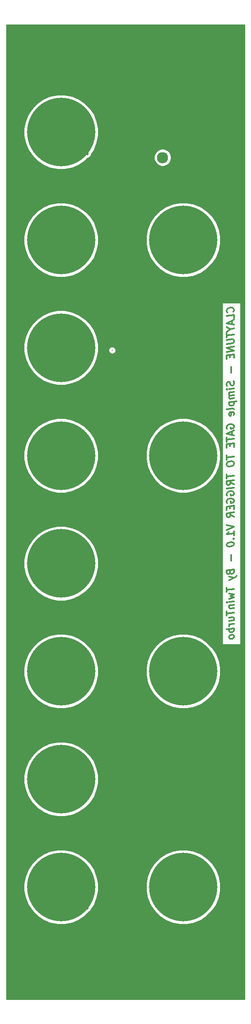
<source format=gbr>
G04 #@! TF.GenerationSoftware,KiCad,Pcbnew,(5.1.5)-3*
G04 #@! TF.CreationDate,2020-07-13T19:54:25+01:00*
G04 #@! TF.ProjectId,Panel,50616e65-6c2e-46b6-9963-61645f706362,rev?*
G04 #@! TF.SameCoordinates,Original*
G04 #@! TF.FileFunction,Copper,L2,Bot*
G04 #@! TF.FilePolarity,Positive*
%FSLAX46Y46*%
G04 Gerber Fmt 4.6, Leading zero omitted, Abs format (unit mm)*
G04 Created by KiCad (PCBNEW (5.1.5)-3) date 2020-07-13 19:54:25*
%MOMM*%
%LPD*%
G04 APERTURE LIST*
%ADD10C,0.300000*%
%ADD11C,2.300000*%
%ADD12C,5.600000*%
%ADD13C,14.000000*%
%ADD14C,0.450000*%
%ADD15C,0.250000*%
%ADD16C,0.254000*%
G04 APERTURE END LIST*
D10*
X192054254Y-38185602D02*
X192125682Y-38105245D01*
X192197111Y-37882031D01*
X192197111Y-37739174D01*
X192125682Y-37533817D01*
X191982825Y-37408817D01*
X191839968Y-37355245D01*
X191554254Y-37319531D01*
X191339968Y-37346317D01*
X191054254Y-37453460D01*
X190911397Y-37542745D01*
X190768540Y-37703460D01*
X190697111Y-37926674D01*
X190697111Y-38069531D01*
X190768540Y-38274888D01*
X190839968Y-38337388D01*
X192197111Y-39524888D02*
X192197111Y-38810602D01*
X190697111Y-38998102D01*
X191768540Y-40007031D02*
X191768540Y-40721317D01*
X192197111Y-39810602D02*
X190697111Y-40498102D01*
X192197111Y-40810602D01*
X191482825Y-41685602D02*
X192197111Y-41596317D01*
X190697111Y-41283817D02*
X191482825Y-41685602D01*
X190697111Y-42283817D01*
X190697111Y-42569531D02*
X190697111Y-43426674D01*
X192197111Y-42810602D02*
X190697111Y-42998102D01*
X190697111Y-43926674D02*
X191911397Y-43774888D01*
X192054254Y-43828460D01*
X192125682Y-43890960D01*
X192197111Y-44024888D01*
X192197111Y-44310602D01*
X192125682Y-44462388D01*
X192054254Y-44542745D01*
X191911397Y-44632031D01*
X190697111Y-44783817D01*
X192197111Y-45310602D02*
X190697111Y-45498102D01*
X192197111Y-46167745D01*
X190697111Y-46355245D01*
X191411397Y-46980245D02*
X191411397Y-47480245D01*
X192197111Y-47596317D02*
X192197111Y-46882031D01*
X190697111Y-47069531D01*
X190697111Y-47783817D01*
X191625682Y-49453460D02*
X191625682Y-50596317D01*
X192125682Y-52319531D02*
X192197111Y-52524888D01*
X192197111Y-52882031D01*
X192125682Y-53033817D01*
X192054254Y-53114174D01*
X191911397Y-53203460D01*
X191768540Y-53221317D01*
X191625682Y-53167745D01*
X191554254Y-53105245D01*
X191482825Y-52971317D01*
X191411397Y-52694531D01*
X191339968Y-52560602D01*
X191268540Y-52498102D01*
X191125682Y-52444531D01*
X190982825Y-52462388D01*
X190839968Y-52551674D01*
X190768540Y-52632031D01*
X190697111Y-52783817D01*
X190697111Y-53140960D01*
X190768540Y-53346317D01*
X192197111Y-53810602D02*
X191197111Y-53935602D01*
X190697111Y-53998102D02*
X190768540Y-53917745D01*
X190839968Y-53980245D01*
X190768540Y-54060602D01*
X190697111Y-53998102D01*
X190839968Y-53980245D01*
X192197111Y-54524888D02*
X191197111Y-54649888D01*
X191339968Y-54632031D02*
X191268540Y-54712388D01*
X191197111Y-54864174D01*
X191197111Y-55078460D01*
X191268540Y-55212388D01*
X191411397Y-55265960D01*
X192197111Y-55167745D01*
X191411397Y-55265960D02*
X191268540Y-55355245D01*
X191197111Y-55507031D01*
X191197111Y-55721317D01*
X191268540Y-55855245D01*
X191411397Y-55908817D01*
X192197111Y-55810602D01*
X191197111Y-56649888D02*
X192697111Y-56462388D01*
X191268540Y-56640960D02*
X191197111Y-56792745D01*
X191197111Y-57078460D01*
X191268540Y-57212388D01*
X191339968Y-57274888D01*
X191482825Y-57328460D01*
X191911397Y-57274888D01*
X192054254Y-57185602D01*
X192125682Y-57105245D01*
X192197111Y-56953460D01*
X192197111Y-56667745D01*
X192125682Y-56533817D01*
X192197111Y-58096317D02*
X192125682Y-57962388D01*
X191982825Y-57908817D01*
X190697111Y-58069531D01*
X192125682Y-59248102D02*
X192197111Y-59096317D01*
X192197111Y-58810602D01*
X192125682Y-58676674D01*
X191982825Y-58623102D01*
X191411397Y-58694531D01*
X191268540Y-58783817D01*
X191197111Y-58935602D01*
X191197111Y-59221317D01*
X191268540Y-59355245D01*
X191411397Y-59408817D01*
X191554254Y-59390960D01*
X191697111Y-58658817D01*
X190768540Y-62060602D02*
X190697111Y-61926674D01*
X190697111Y-61712388D01*
X190768540Y-61489174D01*
X190911397Y-61328460D01*
X191054254Y-61239174D01*
X191339968Y-61132031D01*
X191554254Y-61105245D01*
X191839968Y-61140960D01*
X191982825Y-61194531D01*
X192125682Y-61319531D01*
X192197111Y-61524888D01*
X192197111Y-61667745D01*
X192125682Y-61890960D01*
X192054254Y-61971317D01*
X191554254Y-62033817D01*
X191554254Y-61748102D01*
X191768540Y-62578460D02*
X191768540Y-63292745D01*
X192197111Y-62382031D02*
X190697111Y-63069531D01*
X192197111Y-63382031D01*
X190697111Y-63855245D02*
X190697111Y-64712388D01*
X192197111Y-64096317D02*
X190697111Y-64283817D01*
X191411397Y-65123102D02*
X191411397Y-65623102D01*
X192197111Y-65739174D02*
X192197111Y-65024888D01*
X190697111Y-65212388D01*
X190697111Y-65926674D01*
X190697111Y-67498102D02*
X190697111Y-68355245D01*
X192197111Y-67739174D02*
X190697111Y-67926674D01*
X190697111Y-69140960D02*
X190697111Y-69426674D01*
X190768540Y-69560602D01*
X190911397Y-69685602D01*
X191197111Y-69721317D01*
X191697111Y-69658817D01*
X191982825Y-69551674D01*
X192125682Y-69390960D01*
X192197111Y-69239174D01*
X192197111Y-68953460D01*
X192125682Y-68819531D01*
X191982825Y-68694531D01*
X191697111Y-68658817D01*
X191197111Y-68721317D01*
X190911397Y-68828460D01*
X190768540Y-68989174D01*
X190697111Y-69140960D01*
X190697111Y-71355245D02*
X190697111Y-72212388D01*
X192197111Y-71596317D02*
X190697111Y-71783817D01*
X192197111Y-73382031D02*
X191482825Y-72971317D01*
X192197111Y-72524888D02*
X190697111Y-72712388D01*
X190697111Y-73283817D01*
X190768540Y-73417745D01*
X190839968Y-73480245D01*
X190982825Y-73533817D01*
X191197111Y-73507031D01*
X191339968Y-73417745D01*
X191411397Y-73337388D01*
X191482825Y-73185602D01*
X191482825Y-72614174D01*
X192197111Y-74024888D02*
X190697111Y-74212388D01*
X190768540Y-75703460D02*
X190697111Y-75569531D01*
X190697111Y-75355245D01*
X190768540Y-75132031D01*
X190911397Y-74971317D01*
X191054254Y-74882031D01*
X191339968Y-74774888D01*
X191554254Y-74748102D01*
X191839968Y-74783817D01*
X191982825Y-74837388D01*
X192125682Y-74962388D01*
X192197111Y-75167745D01*
X192197111Y-75310602D01*
X192125682Y-75533817D01*
X192054254Y-75614174D01*
X191554254Y-75676674D01*
X191554254Y-75390960D01*
X190768540Y-77203460D02*
X190697111Y-77069531D01*
X190697111Y-76855245D01*
X190768540Y-76632031D01*
X190911397Y-76471317D01*
X191054254Y-76382031D01*
X191339968Y-76274888D01*
X191554254Y-76248102D01*
X191839968Y-76283817D01*
X191982825Y-76337388D01*
X192125682Y-76462388D01*
X192197111Y-76667745D01*
X192197111Y-76810602D01*
X192125682Y-77033817D01*
X192054254Y-77114174D01*
X191554254Y-77176674D01*
X191554254Y-76890960D01*
X191411397Y-77837388D02*
X191411397Y-78337388D01*
X192197111Y-78453460D02*
X192197111Y-77739174D01*
X190697111Y-77926674D01*
X190697111Y-78640960D01*
X192197111Y-79953460D02*
X191482825Y-79542745D01*
X192197111Y-79096317D02*
X190697111Y-79283817D01*
X190697111Y-79855245D01*
X190768540Y-79989174D01*
X190839968Y-80051674D01*
X190982825Y-80105245D01*
X191197111Y-80078460D01*
X191339968Y-79989174D01*
X191411397Y-79908817D01*
X191482825Y-79757031D01*
X191482825Y-79185602D01*
X190697111Y-81712388D02*
X192197111Y-82024888D01*
X190697111Y-82712388D01*
X192197111Y-83810602D02*
X192197111Y-82953460D01*
X192197111Y-83382031D02*
X190697111Y-83569531D01*
X190911397Y-83399888D01*
X191054254Y-83239174D01*
X191125682Y-83087388D01*
X192054254Y-84471317D02*
X192125682Y-84533817D01*
X192197111Y-84453460D01*
X192125682Y-84390960D01*
X192054254Y-84471317D01*
X192197111Y-84453460D01*
X190697111Y-85640960D02*
X190697111Y-85783817D01*
X190768540Y-85917745D01*
X190839968Y-85980245D01*
X190982825Y-86033817D01*
X191268540Y-86069531D01*
X191625682Y-86024888D01*
X191911397Y-85917745D01*
X192054254Y-85828460D01*
X192125682Y-85748102D01*
X192197111Y-85596317D01*
X192197111Y-85453460D01*
X192125682Y-85319531D01*
X192054254Y-85257031D01*
X191911397Y-85203460D01*
X191625682Y-85167745D01*
X191268540Y-85212388D01*
X190982825Y-85319531D01*
X190839968Y-85408817D01*
X190768540Y-85489174D01*
X190697111Y-85640960D01*
X191625682Y-87810602D02*
X191625682Y-88953460D01*
X191411397Y-91337388D02*
X191482825Y-91542745D01*
X191554254Y-91605245D01*
X191697111Y-91658817D01*
X191911397Y-91632031D01*
X192054254Y-91542745D01*
X192125682Y-91462388D01*
X192197111Y-91310602D01*
X192197111Y-90739174D01*
X190697111Y-90926674D01*
X190697111Y-91426674D01*
X190768540Y-91560602D01*
X190839968Y-91623102D01*
X190982825Y-91676674D01*
X191125682Y-91658817D01*
X191268540Y-91569531D01*
X191339968Y-91489174D01*
X191411397Y-91337388D01*
X191411397Y-90837388D01*
X191197111Y-92221317D02*
X192197111Y-92453460D01*
X191197111Y-92935602D02*
X192197111Y-92453460D01*
X192554254Y-92265960D01*
X192625682Y-92185602D01*
X192697111Y-92033817D01*
X190697111Y-94498102D02*
X190697111Y-95355245D01*
X192197111Y-94739174D02*
X190697111Y-94926674D01*
X191197111Y-95649888D02*
X192197111Y-95810602D01*
X191482825Y-96185602D01*
X192197111Y-96382031D01*
X191197111Y-96792745D01*
X192197111Y-97239174D02*
X191197111Y-97364174D01*
X190697111Y-97426674D02*
X190768540Y-97346317D01*
X190839968Y-97408817D01*
X190768540Y-97489174D01*
X190697111Y-97426674D01*
X190839968Y-97408817D01*
X191197111Y-98078460D02*
X192197111Y-97953460D01*
X191339968Y-98060602D02*
X191268540Y-98140960D01*
X191197111Y-98292745D01*
X191197111Y-98507031D01*
X191268540Y-98640960D01*
X191411397Y-98694531D01*
X192197111Y-98596317D01*
X190697111Y-99283817D02*
X190697111Y-100140960D01*
X192197111Y-99524888D02*
X190697111Y-99712388D01*
X191197111Y-101221317D02*
X192197111Y-101096317D01*
X191197111Y-100578460D02*
X191982825Y-100480245D01*
X192125682Y-100533817D01*
X192197111Y-100667745D01*
X192197111Y-100882031D01*
X192125682Y-101033817D01*
X192054254Y-101114174D01*
X192197111Y-101810602D02*
X191197111Y-101935602D01*
X191482825Y-101899888D02*
X191339968Y-101989174D01*
X191268540Y-102069531D01*
X191197111Y-102221317D01*
X191197111Y-102364174D01*
X192197111Y-102739174D02*
X190697111Y-102926674D01*
X191268540Y-102855245D02*
X191197111Y-103007031D01*
X191197111Y-103292745D01*
X191268540Y-103426674D01*
X191339968Y-103489174D01*
X191482825Y-103542745D01*
X191911397Y-103489174D01*
X192054254Y-103399888D01*
X192125682Y-103319531D01*
X192197111Y-103167745D01*
X192197111Y-102882031D01*
X192125682Y-102748102D01*
X192197111Y-104310602D02*
X192125682Y-104176674D01*
X192054254Y-104114174D01*
X191911397Y-104060602D01*
X191482825Y-104114174D01*
X191339968Y-104203460D01*
X191268540Y-104283817D01*
X191197111Y-104435602D01*
X191197111Y-104649888D01*
X191268540Y-104783817D01*
X191339968Y-104846317D01*
X191482825Y-104899888D01*
X191911397Y-104846317D01*
X192054254Y-104757031D01*
X192125682Y-104676674D01*
X192197111Y-104524888D01*
X192197111Y-104310602D01*
D11*
X177596000Y-6715320D03*
D12*
X148494920Y17484560D03*
D13*
X181801500Y-155506800D03*
X156801500Y-133506800D03*
X156801500Y-23506800D03*
X156801500Y-1506800D03*
X181801500Y-111506800D03*
X156801500Y-45506800D03*
X156801500Y-111506800D03*
X156801500Y-67506800D03*
X156801500Y-89506800D03*
X181801500Y-23506800D03*
X181801500Y-67506800D03*
X156801500Y-155506800D03*
D12*
X191494920Y-175515440D03*
X191494920Y17484560D03*
X148494920Y-175515440D03*
D14*
X162145500Y-5984700D02*
X162145500Y-5818800D01*
X162145500Y-159818800D02*
X162145500Y-159088800D01*
D15*
X151142500Y-133962800D02*
X151096500Y-134008800D01*
X167255100Y-46008800D02*
X167282200Y-46035900D01*
D16*
G36*
X194334920Y-178355440D02*
G01*
X145654920Y-178355440D01*
X145654920Y-154754818D01*
X149166500Y-154754818D01*
X149166500Y-156258782D01*
X149459908Y-157733847D01*
X150035450Y-159123329D01*
X150871008Y-160373829D01*
X151934471Y-161437292D01*
X153184971Y-162272850D01*
X154574453Y-162848392D01*
X156049518Y-163141800D01*
X157553482Y-163141800D01*
X159028547Y-162848392D01*
X160418029Y-162272850D01*
X161668529Y-161437292D01*
X162502926Y-160602895D01*
X162625601Y-160537324D01*
X162756554Y-160429854D01*
X162864024Y-160298902D01*
X162943881Y-160149500D01*
X162993056Y-159987389D01*
X162993549Y-159982381D01*
X163567550Y-159123329D01*
X164143092Y-157733847D01*
X164436500Y-156258782D01*
X164436500Y-154754818D01*
X174166500Y-154754818D01*
X174166500Y-156258782D01*
X174459908Y-157733847D01*
X175035450Y-159123329D01*
X175871008Y-160373829D01*
X176934471Y-161437292D01*
X178184971Y-162272850D01*
X179574453Y-162848392D01*
X181049518Y-163141800D01*
X182553482Y-163141800D01*
X184028547Y-162848392D01*
X185418029Y-162272850D01*
X186668529Y-161437292D01*
X187731992Y-160373829D01*
X188567550Y-159123329D01*
X189143092Y-157733847D01*
X189436500Y-156258782D01*
X189436500Y-154754818D01*
X189143092Y-153279753D01*
X188567550Y-151890271D01*
X187731992Y-150639771D01*
X186668529Y-149576308D01*
X185418029Y-148740750D01*
X184028547Y-148165208D01*
X182553482Y-147871800D01*
X181049518Y-147871800D01*
X179574453Y-148165208D01*
X178184971Y-148740750D01*
X176934471Y-149576308D01*
X175871008Y-150639771D01*
X175035450Y-151890271D01*
X174459908Y-153279753D01*
X174166500Y-154754818D01*
X164436500Y-154754818D01*
X164143092Y-153279753D01*
X163567550Y-151890271D01*
X162731992Y-150639771D01*
X161668529Y-149576308D01*
X160418029Y-148740750D01*
X159028547Y-148165208D01*
X157553482Y-147871800D01*
X156049518Y-147871800D01*
X154574453Y-148165208D01*
X153184971Y-148740750D01*
X151934471Y-149576308D01*
X150871008Y-150639771D01*
X150035450Y-151890271D01*
X149459908Y-153279753D01*
X149166500Y-154754818D01*
X145654920Y-154754818D01*
X145654920Y-132754818D01*
X149166500Y-132754818D01*
X149166500Y-134258782D01*
X149459908Y-135733847D01*
X150035450Y-137123329D01*
X150871008Y-138373829D01*
X151934471Y-139437292D01*
X153184971Y-140272850D01*
X154574453Y-140848392D01*
X156049518Y-141141800D01*
X157553482Y-141141800D01*
X159028547Y-140848392D01*
X160418029Y-140272850D01*
X161668529Y-139437292D01*
X162731992Y-138373829D01*
X163567550Y-137123329D01*
X164143092Y-135733847D01*
X164436500Y-134258782D01*
X164436500Y-132754818D01*
X164143092Y-131279753D01*
X163567550Y-129890271D01*
X162731992Y-128639771D01*
X161668529Y-127576308D01*
X160418029Y-126740750D01*
X159028547Y-126165208D01*
X157553482Y-125871800D01*
X156049518Y-125871800D01*
X154574453Y-126165208D01*
X153184971Y-126740750D01*
X151934471Y-127576308D01*
X150871008Y-128639771D01*
X150035450Y-129890271D01*
X149459908Y-131279753D01*
X149166500Y-132754818D01*
X145654920Y-132754818D01*
X145654920Y-110754818D01*
X149166500Y-110754818D01*
X149166500Y-112258782D01*
X149459908Y-113733847D01*
X150035450Y-115123329D01*
X150871008Y-116373829D01*
X151934471Y-117437292D01*
X153184971Y-118272850D01*
X154574453Y-118848392D01*
X156049518Y-119141800D01*
X157553482Y-119141800D01*
X159028547Y-118848392D01*
X160418029Y-118272850D01*
X161668529Y-117437292D01*
X162731992Y-116373829D01*
X163567550Y-115123329D01*
X164143092Y-113733847D01*
X164436500Y-112258782D01*
X164436500Y-110754818D01*
X174166500Y-110754818D01*
X174166500Y-112258782D01*
X174459908Y-113733847D01*
X175035450Y-115123329D01*
X175871008Y-116373829D01*
X176934471Y-117437292D01*
X178184971Y-118272850D01*
X179574453Y-118848392D01*
X181049518Y-119141800D01*
X182553482Y-119141800D01*
X184028547Y-118848392D01*
X185418029Y-118272850D01*
X186668529Y-117437292D01*
X187731992Y-116373829D01*
X188567550Y-115123329D01*
X189143092Y-113733847D01*
X189436500Y-112258782D01*
X189436500Y-110754818D01*
X189143092Y-109279753D01*
X188567550Y-107890271D01*
X187731992Y-106639771D01*
X186668529Y-105576308D01*
X185418029Y-104740750D01*
X184028547Y-104165208D01*
X182553482Y-103871800D01*
X181049518Y-103871800D01*
X179574453Y-104165208D01*
X178184971Y-104740750D01*
X176934471Y-105576308D01*
X175871008Y-106639771D01*
X175035450Y-107890271D01*
X174459908Y-109279753D01*
X174166500Y-110754818D01*
X164436500Y-110754818D01*
X164143092Y-109279753D01*
X163567550Y-107890271D01*
X162731992Y-106639771D01*
X161668529Y-105576308D01*
X160418029Y-104740750D01*
X159028547Y-104165208D01*
X157553482Y-103871800D01*
X156049518Y-103871800D01*
X154574453Y-104165208D01*
X153184971Y-104740750D01*
X151934471Y-105576308D01*
X150871008Y-106639771D01*
X150035450Y-107890271D01*
X149459908Y-109279753D01*
X149166500Y-110754818D01*
X145654920Y-110754818D01*
X145654920Y-88754818D01*
X149166500Y-88754818D01*
X149166500Y-90258782D01*
X149459908Y-91733847D01*
X150035450Y-93123329D01*
X150871008Y-94373829D01*
X151934471Y-95437292D01*
X153184971Y-96272850D01*
X154574453Y-96848392D01*
X156049518Y-97141800D01*
X157553482Y-97141800D01*
X159028547Y-96848392D01*
X160418029Y-96272850D01*
X161668529Y-95437292D01*
X162731992Y-94373829D01*
X163567550Y-93123329D01*
X164143092Y-91733847D01*
X164436500Y-90258782D01*
X164436500Y-88754818D01*
X164143092Y-87279753D01*
X163567550Y-85890271D01*
X162731992Y-84639771D01*
X161668529Y-83576308D01*
X160418029Y-82740750D01*
X159028547Y-82165208D01*
X157553482Y-81871800D01*
X156049518Y-81871800D01*
X154574453Y-82165208D01*
X153184971Y-82740750D01*
X151934471Y-83576308D01*
X150871008Y-84639771D01*
X150035450Y-85890271D01*
X149459908Y-87279753D01*
X149166500Y-88754818D01*
X145654920Y-88754818D01*
X145654920Y-66754818D01*
X149166500Y-66754818D01*
X149166500Y-68258782D01*
X149459908Y-69733847D01*
X150035450Y-71123329D01*
X150871008Y-72373829D01*
X151934471Y-73437292D01*
X153184971Y-74272850D01*
X154574453Y-74848392D01*
X156049518Y-75141800D01*
X157553482Y-75141800D01*
X159028547Y-74848392D01*
X160418029Y-74272850D01*
X161668529Y-73437292D01*
X162731992Y-72373829D01*
X163567550Y-71123329D01*
X164143092Y-69733847D01*
X164436500Y-68258782D01*
X164436500Y-66754818D01*
X174166500Y-66754818D01*
X174166500Y-68258782D01*
X174459908Y-69733847D01*
X175035450Y-71123329D01*
X175871008Y-72373829D01*
X176934471Y-73437292D01*
X178184971Y-74272850D01*
X179574453Y-74848392D01*
X181049518Y-75141800D01*
X182553482Y-75141800D01*
X184028547Y-74848392D01*
X185418029Y-74272850D01*
X186668529Y-73437292D01*
X187731992Y-72373829D01*
X188567550Y-71123329D01*
X189143092Y-69733847D01*
X189436500Y-68258782D01*
X189436500Y-66754818D01*
X189143092Y-65279753D01*
X188567550Y-63890271D01*
X187731992Y-62639771D01*
X186668529Y-61576308D01*
X185418029Y-60740750D01*
X184028547Y-60165208D01*
X182553482Y-59871800D01*
X181049518Y-59871800D01*
X179574453Y-60165208D01*
X178184971Y-60740750D01*
X176934471Y-61576308D01*
X175871008Y-62639771D01*
X175035450Y-63890271D01*
X174459908Y-65279753D01*
X174166500Y-66754818D01*
X164436500Y-66754818D01*
X164143092Y-65279753D01*
X163567550Y-63890271D01*
X162731992Y-62639771D01*
X161668529Y-61576308D01*
X160418029Y-60740750D01*
X159028547Y-60165208D01*
X157553482Y-59871800D01*
X156049518Y-59871800D01*
X154574453Y-60165208D01*
X153184971Y-60740750D01*
X151934471Y-61576308D01*
X150871008Y-62639771D01*
X150035450Y-63890271D01*
X149459908Y-65279753D01*
X149166500Y-66754818D01*
X145654920Y-66754818D01*
X145654920Y-44754818D01*
X149166500Y-44754818D01*
X149166500Y-46258782D01*
X149459908Y-47733847D01*
X150035450Y-49123329D01*
X150871008Y-50373829D01*
X151934471Y-51437292D01*
X153184971Y-52272850D01*
X154574453Y-52848392D01*
X156049518Y-53141800D01*
X157553482Y-53141800D01*
X159028547Y-52848392D01*
X160418029Y-52272850D01*
X161668529Y-51437292D01*
X162731992Y-50373829D01*
X163567550Y-49123329D01*
X164143092Y-47733847D01*
X164436500Y-46258782D01*
X164436500Y-46008800D01*
X166491424Y-46008800D01*
X166506098Y-46157785D01*
X166549554Y-46301046D01*
X166620126Y-46433076D01*
X166691301Y-46519802D01*
X166771198Y-46599699D01*
X166857924Y-46670873D01*
X166989954Y-46741446D01*
X167133214Y-46784902D01*
X167282199Y-46799576D01*
X167431185Y-46784902D01*
X167574446Y-46741446D01*
X167706475Y-46670873D01*
X167822201Y-46575901D01*
X167917173Y-46460175D01*
X167987746Y-46328146D01*
X168031202Y-46184885D01*
X168045876Y-46035899D01*
X168031202Y-45886914D01*
X167987746Y-45743654D01*
X167917173Y-45611624D01*
X167845999Y-45524898D01*
X167766102Y-45445001D01*
X167679376Y-45373826D01*
X167547346Y-45303254D01*
X167404085Y-45259798D01*
X167255100Y-45245124D01*
X167106115Y-45259798D01*
X166962854Y-45303254D01*
X166830824Y-45373826D01*
X166715099Y-45468799D01*
X166620126Y-45584524D01*
X166549554Y-45716554D01*
X166506098Y-45859815D01*
X166491424Y-46008800D01*
X164436500Y-46008800D01*
X164436500Y-44754818D01*
X164143092Y-43279753D01*
X163567550Y-41890271D01*
X162731992Y-40639771D01*
X161668529Y-39576308D01*
X160418029Y-38740750D01*
X159028547Y-38165208D01*
X157553482Y-37871800D01*
X156049518Y-37871800D01*
X154574453Y-38165208D01*
X153184971Y-38740750D01*
X151934471Y-39576308D01*
X150871008Y-40639771D01*
X150035450Y-41890271D01*
X149459908Y-43279753D01*
X149166500Y-44754818D01*
X145654920Y-44754818D01*
X145654920Y-36324531D01*
X189728540Y-36324531D01*
X189728540Y-106037388D01*
X193548540Y-106037388D01*
X193548540Y-36324531D01*
X189728540Y-36324531D01*
X145654920Y-36324531D01*
X145654920Y-22754818D01*
X149166500Y-22754818D01*
X149166500Y-24258782D01*
X149459908Y-25733847D01*
X150035450Y-27123329D01*
X150871008Y-28373829D01*
X151934471Y-29437292D01*
X153184971Y-30272850D01*
X154574453Y-30848392D01*
X156049518Y-31141800D01*
X157553482Y-31141800D01*
X159028547Y-30848392D01*
X160418029Y-30272850D01*
X161668529Y-29437292D01*
X162731992Y-28373829D01*
X163567550Y-27123329D01*
X164143092Y-25733847D01*
X164436500Y-24258782D01*
X164436500Y-22754818D01*
X174166500Y-22754818D01*
X174166500Y-24258782D01*
X174459908Y-25733847D01*
X175035450Y-27123329D01*
X175871008Y-28373829D01*
X176934471Y-29437292D01*
X178184971Y-30272850D01*
X179574453Y-30848392D01*
X181049518Y-31141800D01*
X182553482Y-31141800D01*
X184028547Y-30848392D01*
X185418029Y-30272850D01*
X186668529Y-29437292D01*
X187731992Y-28373829D01*
X188567550Y-27123329D01*
X189143092Y-25733847D01*
X189436500Y-24258782D01*
X189436500Y-22754818D01*
X189143092Y-21279753D01*
X188567550Y-19890271D01*
X187731992Y-18639771D01*
X186668529Y-17576308D01*
X185418029Y-16740750D01*
X184028547Y-16165208D01*
X182553482Y-15871800D01*
X181049518Y-15871800D01*
X179574453Y-16165208D01*
X178184971Y-16740750D01*
X176934471Y-17576308D01*
X175871008Y-18639771D01*
X175035450Y-19890271D01*
X174459908Y-21279753D01*
X174166500Y-22754818D01*
X164436500Y-22754818D01*
X164143092Y-21279753D01*
X163567550Y-19890271D01*
X162731992Y-18639771D01*
X161668529Y-17576308D01*
X160418029Y-16740750D01*
X159028547Y-16165208D01*
X157553482Y-15871800D01*
X156049518Y-15871800D01*
X154574453Y-16165208D01*
X153184971Y-16740750D01*
X151934471Y-17576308D01*
X150871008Y-18639771D01*
X150035450Y-19890271D01*
X149459908Y-21279753D01*
X149166500Y-22754818D01*
X145654920Y-22754818D01*
X145654920Y-754818D01*
X149166500Y-754818D01*
X149166500Y-2258782D01*
X149459908Y-3733847D01*
X150035450Y-5123329D01*
X150871008Y-6373829D01*
X151934471Y-7437292D01*
X153184971Y-8272850D01*
X154574453Y-8848392D01*
X156049518Y-9141800D01*
X157553482Y-9141800D01*
X159028547Y-8848392D01*
X160418029Y-8272850D01*
X161668529Y-7437292D01*
X162269138Y-6836683D01*
X162314088Y-6832256D01*
X162476199Y-6783081D01*
X162625601Y-6703224D01*
X162756554Y-6595754D01*
X162802709Y-6539513D01*
X175811000Y-6539513D01*
X175811000Y-6891127D01*
X175879596Y-7235985D01*
X176014153Y-7560835D01*
X176209500Y-7853191D01*
X176458129Y-8101820D01*
X176750485Y-8297167D01*
X177075335Y-8431724D01*
X177420193Y-8500320D01*
X177771807Y-8500320D01*
X178116665Y-8431724D01*
X178441515Y-8297167D01*
X178733871Y-8101820D01*
X178982500Y-7853191D01*
X179177847Y-7560835D01*
X179312404Y-7235985D01*
X179381000Y-6891127D01*
X179381000Y-6539513D01*
X179312404Y-6194655D01*
X179177847Y-5869805D01*
X178982500Y-5577449D01*
X178733871Y-5328820D01*
X178441515Y-5133473D01*
X178116665Y-4998916D01*
X177771807Y-4930320D01*
X177420193Y-4930320D01*
X177075335Y-4998916D01*
X176750485Y-5133473D01*
X176458129Y-5328820D01*
X176209500Y-5577449D01*
X176014153Y-5869805D01*
X175879596Y-6194655D01*
X175811000Y-6539513D01*
X162802709Y-6539513D01*
X162864024Y-6464802D01*
X162943881Y-6315400D01*
X162993056Y-6153289D01*
X163005500Y-6026946D01*
X163005500Y-5964496D01*
X163567550Y-5123329D01*
X164143092Y-3733847D01*
X164436500Y-2258782D01*
X164436500Y-754818D01*
X164143092Y720247D01*
X163567550Y2109729D01*
X162731992Y3360229D01*
X161668529Y4423692D01*
X160418029Y5259250D01*
X159028547Y5834792D01*
X157553482Y6128200D01*
X156049518Y6128200D01*
X154574453Y5834792D01*
X153184971Y5259250D01*
X151934471Y4423692D01*
X150871008Y3360229D01*
X150035450Y2109729D01*
X149459908Y720247D01*
X149166500Y-754818D01*
X145654920Y-754818D01*
X145654920Y20324560D01*
X194334921Y20324560D01*
X194334920Y-178355440D01*
G37*
X194334920Y-178355440D02*
X145654920Y-178355440D01*
X145654920Y-154754818D01*
X149166500Y-154754818D01*
X149166500Y-156258782D01*
X149459908Y-157733847D01*
X150035450Y-159123329D01*
X150871008Y-160373829D01*
X151934471Y-161437292D01*
X153184971Y-162272850D01*
X154574453Y-162848392D01*
X156049518Y-163141800D01*
X157553482Y-163141800D01*
X159028547Y-162848392D01*
X160418029Y-162272850D01*
X161668529Y-161437292D01*
X162502926Y-160602895D01*
X162625601Y-160537324D01*
X162756554Y-160429854D01*
X162864024Y-160298902D01*
X162943881Y-160149500D01*
X162993056Y-159987389D01*
X162993549Y-159982381D01*
X163567550Y-159123329D01*
X164143092Y-157733847D01*
X164436500Y-156258782D01*
X164436500Y-154754818D01*
X174166500Y-154754818D01*
X174166500Y-156258782D01*
X174459908Y-157733847D01*
X175035450Y-159123329D01*
X175871008Y-160373829D01*
X176934471Y-161437292D01*
X178184971Y-162272850D01*
X179574453Y-162848392D01*
X181049518Y-163141800D01*
X182553482Y-163141800D01*
X184028547Y-162848392D01*
X185418029Y-162272850D01*
X186668529Y-161437292D01*
X187731992Y-160373829D01*
X188567550Y-159123329D01*
X189143092Y-157733847D01*
X189436500Y-156258782D01*
X189436500Y-154754818D01*
X189143092Y-153279753D01*
X188567550Y-151890271D01*
X187731992Y-150639771D01*
X186668529Y-149576308D01*
X185418029Y-148740750D01*
X184028547Y-148165208D01*
X182553482Y-147871800D01*
X181049518Y-147871800D01*
X179574453Y-148165208D01*
X178184971Y-148740750D01*
X176934471Y-149576308D01*
X175871008Y-150639771D01*
X175035450Y-151890271D01*
X174459908Y-153279753D01*
X174166500Y-154754818D01*
X164436500Y-154754818D01*
X164143092Y-153279753D01*
X163567550Y-151890271D01*
X162731992Y-150639771D01*
X161668529Y-149576308D01*
X160418029Y-148740750D01*
X159028547Y-148165208D01*
X157553482Y-147871800D01*
X156049518Y-147871800D01*
X154574453Y-148165208D01*
X153184971Y-148740750D01*
X151934471Y-149576308D01*
X150871008Y-150639771D01*
X150035450Y-151890271D01*
X149459908Y-153279753D01*
X149166500Y-154754818D01*
X145654920Y-154754818D01*
X145654920Y-132754818D01*
X149166500Y-132754818D01*
X149166500Y-134258782D01*
X149459908Y-135733847D01*
X150035450Y-137123329D01*
X150871008Y-138373829D01*
X151934471Y-139437292D01*
X153184971Y-140272850D01*
X154574453Y-140848392D01*
X156049518Y-141141800D01*
X157553482Y-141141800D01*
X159028547Y-140848392D01*
X160418029Y-140272850D01*
X161668529Y-139437292D01*
X162731992Y-138373829D01*
X163567550Y-137123329D01*
X164143092Y-135733847D01*
X164436500Y-134258782D01*
X164436500Y-132754818D01*
X164143092Y-131279753D01*
X163567550Y-129890271D01*
X162731992Y-128639771D01*
X161668529Y-127576308D01*
X160418029Y-126740750D01*
X159028547Y-126165208D01*
X157553482Y-125871800D01*
X156049518Y-125871800D01*
X154574453Y-126165208D01*
X153184971Y-126740750D01*
X151934471Y-127576308D01*
X150871008Y-128639771D01*
X150035450Y-129890271D01*
X149459908Y-131279753D01*
X149166500Y-132754818D01*
X145654920Y-132754818D01*
X145654920Y-110754818D01*
X149166500Y-110754818D01*
X149166500Y-112258782D01*
X149459908Y-113733847D01*
X150035450Y-115123329D01*
X150871008Y-116373829D01*
X151934471Y-117437292D01*
X153184971Y-118272850D01*
X154574453Y-118848392D01*
X156049518Y-119141800D01*
X157553482Y-119141800D01*
X159028547Y-118848392D01*
X160418029Y-118272850D01*
X161668529Y-117437292D01*
X162731992Y-116373829D01*
X163567550Y-115123329D01*
X164143092Y-113733847D01*
X164436500Y-112258782D01*
X164436500Y-110754818D01*
X174166500Y-110754818D01*
X174166500Y-112258782D01*
X174459908Y-113733847D01*
X175035450Y-115123329D01*
X175871008Y-116373829D01*
X176934471Y-117437292D01*
X178184971Y-118272850D01*
X179574453Y-118848392D01*
X181049518Y-119141800D01*
X182553482Y-119141800D01*
X184028547Y-118848392D01*
X185418029Y-118272850D01*
X186668529Y-117437292D01*
X187731992Y-116373829D01*
X188567550Y-115123329D01*
X189143092Y-113733847D01*
X189436500Y-112258782D01*
X189436500Y-110754818D01*
X189143092Y-109279753D01*
X188567550Y-107890271D01*
X187731992Y-106639771D01*
X186668529Y-105576308D01*
X185418029Y-104740750D01*
X184028547Y-104165208D01*
X182553482Y-103871800D01*
X181049518Y-103871800D01*
X179574453Y-104165208D01*
X178184971Y-104740750D01*
X176934471Y-105576308D01*
X175871008Y-106639771D01*
X175035450Y-107890271D01*
X174459908Y-109279753D01*
X174166500Y-110754818D01*
X164436500Y-110754818D01*
X164143092Y-109279753D01*
X163567550Y-107890271D01*
X162731992Y-106639771D01*
X161668529Y-105576308D01*
X160418029Y-104740750D01*
X159028547Y-104165208D01*
X157553482Y-103871800D01*
X156049518Y-103871800D01*
X154574453Y-104165208D01*
X153184971Y-104740750D01*
X151934471Y-105576308D01*
X150871008Y-106639771D01*
X150035450Y-107890271D01*
X149459908Y-109279753D01*
X149166500Y-110754818D01*
X145654920Y-110754818D01*
X145654920Y-88754818D01*
X149166500Y-88754818D01*
X149166500Y-90258782D01*
X149459908Y-91733847D01*
X150035450Y-93123329D01*
X150871008Y-94373829D01*
X151934471Y-95437292D01*
X153184971Y-96272850D01*
X154574453Y-96848392D01*
X156049518Y-97141800D01*
X157553482Y-97141800D01*
X159028547Y-96848392D01*
X160418029Y-96272850D01*
X161668529Y-95437292D01*
X162731992Y-94373829D01*
X163567550Y-93123329D01*
X164143092Y-91733847D01*
X164436500Y-90258782D01*
X164436500Y-88754818D01*
X164143092Y-87279753D01*
X163567550Y-85890271D01*
X162731992Y-84639771D01*
X161668529Y-83576308D01*
X160418029Y-82740750D01*
X159028547Y-82165208D01*
X157553482Y-81871800D01*
X156049518Y-81871800D01*
X154574453Y-82165208D01*
X153184971Y-82740750D01*
X151934471Y-83576308D01*
X150871008Y-84639771D01*
X150035450Y-85890271D01*
X149459908Y-87279753D01*
X149166500Y-88754818D01*
X145654920Y-88754818D01*
X145654920Y-66754818D01*
X149166500Y-66754818D01*
X149166500Y-68258782D01*
X149459908Y-69733847D01*
X150035450Y-71123329D01*
X150871008Y-72373829D01*
X151934471Y-73437292D01*
X153184971Y-74272850D01*
X154574453Y-74848392D01*
X156049518Y-75141800D01*
X157553482Y-75141800D01*
X159028547Y-74848392D01*
X160418029Y-74272850D01*
X161668529Y-73437292D01*
X162731992Y-72373829D01*
X163567550Y-71123329D01*
X164143092Y-69733847D01*
X164436500Y-68258782D01*
X164436500Y-66754818D01*
X174166500Y-66754818D01*
X174166500Y-68258782D01*
X174459908Y-69733847D01*
X175035450Y-71123329D01*
X175871008Y-72373829D01*
X176934471Y-73437292D01*
X178184971Y-74272850D01*
X179574453Y-74848392D01*
X181049518Y-75141800D01*
X182553482Y-75141800D01*
X184028547Y-74848392D01*
X185418029Y-74272850D01*
X186668529Y-73437292D01*
X187731992Y-72373829D01*
X188567550Y-71123329D01*
X189143092Y-69733847D01*
X189436500Y-68258782D01*
X189436500Y-66754818D01*
X189143092Y-65279753D01*
X188567550Y-63890271D01*
X187731992Y-62639771D01*
X186668529Y-61576308D01*
X185418029Y-60740750D01*
X184028547Y-60165208D01*
X182553482Y-59871800D01*
X181049518Y-59871800D01*
X179574453Y-60165208D01*
X178184971Y-60740750D01*
X176934471Y-61576308D01*
X175871008Y-62639771D01*
X175035450Y-63890271D01*
X174459908Y-65279753D01*
X174166500Y-66754818D01*
X164436500Y-66754818D01*
X164143092Y-65279753D01*
X163567550Y-63890271D01*
X162731992Y-62639771D01*
X161668529Y-61576308D01*
X160418029Y-60740750D01*
X159028547Y-60165208D01*
X157553482Y-59871800D01*
X156049518Y-59871800D01*
X154574453Y-60165208D01*
X153184971Y-60740750D01*
X151934471Y-61576308D01*
X150871008Y-62639771D01*
X150035450Y-63890271D01*
X149459908Y-65279753D01*
X149166500Y-66754818D01*
X145654920Y-66754818D01*
X145654920Y-44754818D01*
X149166500Y-44754818D01*
X149166500Y-46258782D01*
X149459908Y-47733847D01*
X150035450Y-49123329D01*
X150871008Y-50373829D01*
X151934471Y-51437292D01*
X153184971Y-52272850D01*
X154574453Y-52848392D01*
X156049518Y-53141800D01*
X157553482Y-53141800D01*
X159028547Y-52848392D01*
X160418029Y-52272850D01*
X161668529Y-51437292D01*
X162731992Y-50373829D01*
X163567550Y-49123329D01*
X164143092Y-47733847D01*
X164436500Y-46258782D01*
X164436500Y-46008800D01*
X166491424Y-46008800D01*
X166506098Y-46157785D01*
X166549554Y-46301046D01*
X166620126Y-46433076D01*
X166691301Y-46519802D01*
X166771198Y-46599699D01*
X166857924Y-46670873D01*
X166989954Y-46741446D01*
X167133214Y-46784902D01*
X167282199Y-46799576D01*
X167431185Y-46784902D01*
X167574446Y-46741446D01*
X167706475Y-46670873D01*
X167822201Y-46575901D01*
X167917173Y-46460175D01*
X167987746Y-46328146D01*
X168031202Y-46184885D01*
X168045876Y-46035899D01*
X168031202Y-45886914D01*
X167987746Y-45743654D01*
X167917173Y-45611624D01*
X167845999Y-45524898D01*
X167766102Y-45445001D01*
X167679376Y-45373826D01*
X167547346Y-45303254D01*
X167404085Y-45259798D01*
X167255100Y-45245124D01*
X167106115Y-45259798D01*
X166962854Y-45303254D01*
X166830824Y-45373826D01*
X166715099Y-45468799D01*
X166620126Y-45584524D01*
X166549554Y-45716554D01*
X166506098Y-45859815D01*
X166491424Y-46008800D01*
X164436500Y-46008800D01*
X164436500Y-44754818D01*
X164143092Y-43279753D01*
X163567550Y-41890271D01*
X162731992Y-40639771D01*
X161668529Y-39576308D01*
X160418029Y-38740750D01*
X159028547Y-38165208D01*
X157553482Y-37871800D01*
X156049518Y-37871800D01*
X154574453Y-38165208D01*
X153184971Y-38740750D01*
X151934471Y-39576308D01*
X150871008Y-40639771D01*
X150035450Y-41890271D01*
X149459908Y-43279753D01*
X149166500Y-44754818D01*
X145654920Y-44754818D01*
X145654920Y-36324531D01*
X189728540Y-36324531D01*
X189728540Y-106037388D01*
X193548540Y-106037388D01*
X193548540Y-36324531D01*
X189728540Y-36324531D01*
X145654920Y-36324531D01*
X145654920Y-22754818D01*
X149166500Y-22754818D01*
X149166500Y-24258782D01*
X149459908Y-25733847D01*
X150035450Y-27123329D01*
X150871008Y-28373829D01*
X151934471Y-29437292D01*
X153184971Y-30272850D01*
X154574453Y-30848392D01*
X156049518Y-31141800D01*
X157553482Y-31141800D01*
X159028547Y-30848392D01*
X160418029Y-30272850D01*
X161668529Y-29437292D01*
X162731992Y-28373829D01*
X163567550Y-27123329D01*
X164143092Y-25733847D01*
X164436500Y-24258782D01*
X164436500Y-22754818D01*
X174166500Y-22754818D01*
X174166500Y-24258782D01*
X174459908Y-25733847D01*
X175035450Y-27123329D01*
X175871008Y-28373829D01*
X176934471Y-29437292D01*
X178184971Y-30272850D01*
X179574453Y-30848392D01*
X181049518Y-31141800D01*
X182553482Y-31141800D01*
X184028547Y-30848392D01*
X185418029Y-30272850D01*
X186668529Y-29437292D01*
X187731992Y-28373829D01*
X188567550Y-27123329D01*
X189143092Y-25733847D01*
X189436500Y-24258782D01*
X189436500Y-22754818D01*
X189143092Y-21279753D01*
X188567550Y-19890271D01*
X187731992Y-18639771D01*
X186668529Y-17576308D01*
X185418029Y-16740750D01*
X184028547Y-16165208D01*
X182553482Y-15871800D01*
X181049518Y-15871800D01*
X179574453Y-16165208D01*
X178184971Y-16740750D01*
X176934471Y-17576308D01*
X175871008Y-18639771D01*
X175035450Y-19890271D01*
X174459908Y-21279753D01*
X174166500Y-22754818D01*
X164436500Y-22754818D01*
X164143092Y-21279753D01*
X163567550Y-19890271D01*
X162731992Y-18639771D01*
X161668529Y-17576308D01*
X160418029Y-16740750D01*
X159028547Y-16165208D01*
X157553482Y-15871800D01*
X156049518Y-15871800D01*
X154574453Y-16165208D01*
X153184971Y-16740750D01*
X151934471Y-17576308D01*
X150871008Y-18639771D01*
X150035450Y-19890271D01*
X149459908Y-21279753D01*
X149166500Y-22754818D01*
X145654920Y-22754818D01*
X145654920Y-754818D01*
X149166500Y-754818D01*
X149166500Y-2258782D01*
X149459908Y-3733847D01*
X150035450Y-5123329D01*
X150871008Y-6373829D01*
X151934471Y-7437292D01*
X153184971Y-8272850D01*
X154574453Y-8848392D01*
X156049518Y-9141800D01*
X157553482Y-9141800D01*
X159028547Y-8848392D01*
X160418029Y-8272850D01*
X161668529Y-7437292D01*
X162269138Y-6836683D01*
X162314088Y-6832256D01*
X162476199Y-6783081D01*
X162625601Y-6703224D01*
X162756554Y-6595754D01*
X162802709Y-6539513D01*
X175811000Y-6539513D01*
X175811000Y-6891127D01*
X175879596Y-7235985D01*
X176014153Y-7560835D01*
X176209500Y-7853191D01*
X176458129Y-8101820D01*
X176750485Y-8297167D01*
X177075335Y-8431724D01*
X177420193Y-8500320D01*
X177771807Y-8500320D01*
X178116665Y-8431724D01*
X178441515Y-8297167D01*
X178733871Y-8101820D01*
X178982500Y-7853191D01*
X179177847Y-7560835D01*
X179312404Y-7235985D01*
X179381000Y-6891127D01*
X179381000Y-6539513D01*
X179312404Y-6194655D01*
X179177847Y-5869805D01*
X178982500Y-5577449D01*
X178733871Y-5328820D01*
X178441515Y-5133473D01*
X178116665Y-4998916D01*
X177771807Y-4930320D01*
X177420193Y-4930320D01*
X177075335Y-4998916D01*
X176750485Y-5133473D01*
X176458129Y-5328820D01*
X176209500Y-5577449D01*
X176014153Y-5869805D01*
X175879596Y-6194655D01*
X175811000Y-6539513D01*
X162802709Y-6539513D01*
X162864024Y-6464802D01*
X162943881Y-6315400D01*
X162993056Y-6153289D01*
X163005500Y-6026946D01*
X163005500Y-5964496D01*
X163567550Y-5123329D01*
X164143092Y-3733847D01*
X164436500Y-2258782D01*
X164436500Y-754818D01*
X164143092Y720247D01*
X163567550Y2109729D01*
X162731992Y3360229D01*
X161668529Y4423692D01*
X160418029Y5259250D01*
X159028547Y5834792D01*
X157553482Y6128200D01*
X156049518Y6128200D01*
X154574453Y5834792D01*
X153184971Y5259250D01*
X151934471Y4423692D01*
X150871008Y3360229D01*
X150035450Y2109729D01*
X149459908Y720247D01*
X149166500Y-754818D01*
X145654920Y-754818D01*
X145654920Y20324560D01*
X194334921Y20324560D01*
X194334920Y-178355440D01*
M02*

</source>
